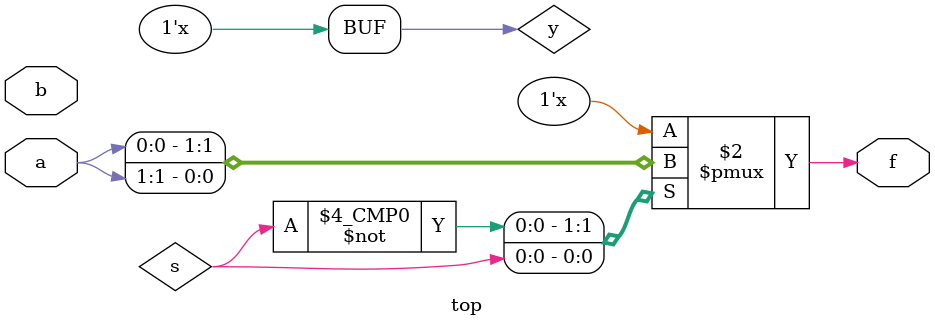
<source format=v>
module top(
   input  [3:0] a,
   input  [1:0] b,
   output f
);//二位四选一选择器
  // assign f = (a[0]&~b[0]&~b[1])|(a[1]&b[0]&~b[1])|(a[2]&b[1]&~b[0])|(a[3]&b[1]&b[0]);
  always @(s or a)
    case(s)
      2'b00:f=a[0];
      2'b01:f=a[1];
      2'b10:y=a[2];
      2'b11:y=a[3];
      default:y=2'b00;
    endcase
endmodule
</source>
